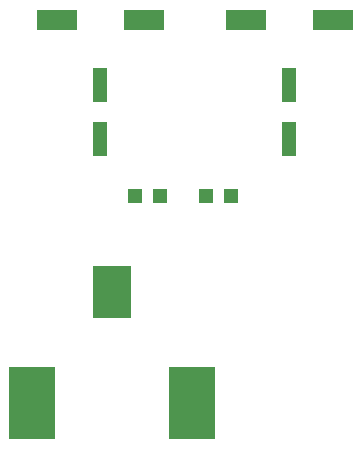
<source format=gtp>
G04 (created by PCBNEW-RS274X (2011-05-25)-stable) date Mon 27 Feb 2012 12:27:13 PM EST*
G01*
G70*
G90*
%MOIN*%
G04 Gerber Fmt 3.4, Leading zero omitted, Abs format*
%FSLAX34Y34*%
G04 APERTURE LIST*
%ADD10C,0.006000*%
%ADD11R,0.047200X0.047200*%
%ADD12R,0.129900X0.173200*%
%ADD13R,0.153500X0.244100*%
%ADD14R,0.050000X0.115000*%
%ADD15R,0.135000X0.065000*%
G04 APERTURE END LIST*
G54D10*
G54D11*
X06851Y09555D03*
X07677Y09555D03*
X09213Y09555D03*
X10039Y09555D03*
G54D12*
X06083Y06374D03*
G54D13*
X03406Y02674D03*
X08760Y02674D03*
G54D14*
X11988Y13279D03*
X11988Y11479D03*
G54D15*
X10538Y15429D03*
X13438Y15429D03*
G54D14*
X05689Y13279D03*
X05689Y11479D03*
G54D15*
X04239Y15429D03*
X07139Y15429D03*
M02*

</source>
